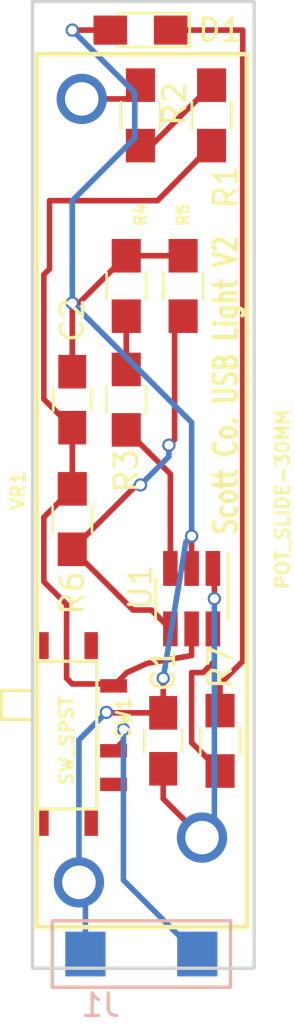
<source format=kicad_pcb>
(kicad_pcb (version 4) (host pcbnew 4.0.7)

  (general
    (links 22)
    (no_connects 0)
    (area 157.658999 77.394999 167.715001 120.725001)
    (thickness 1.6)
    (drawings 6)
    (tracks 89)
    (zones 0)
    (modules 14)
    (nets 12)
  )

  (page A4)
  (layers
    (0 F.Cu signal)
    (31 B.Cu signal)
    (32 B.Adhes user)
    (33 F.Adhes user)
    (34 B.Paste user)
    (35 F.Paste user)
    (36 B.SilkS user)
    (37 F.SilkS user)
    (38 B.Mask user)
    (39 F.Mask user)
    (40 Dwgs.User user)
    (41 Cmts.User user)
    (42 Eco1.User user)
    (43 Eco2.User user)
    (44 Edge.Cuts user)
    (45 Margin user)
    (46 B.CrtYd user)
    (47 F.CrtYd user)
    (48 B.Fab user)
    (49 F.Fab user hide)
  )

  (setup
    (last_trace_width 0.25)
    (trace_clearance 0.2)
    (zone_clearance 0.508)
    (zone_45_only no)
    (trace_min 0.2)
    (segment_width 0.2)
    (edge_width 0.15)
    (via_size 0.6)
    (via_drill 0.4)
    (via_min_size 0.4)
    (via_min_drill 0.3)
    (uvia_size 0.3)
    (uvia_drill 0.1)
    (uvias_allowed no)
    (uvia_min_size 0.2)
    (uvia_min_drill 0.1)
    (pcb_text_width 0.3)
    (pcb_text_size 1.5 1.5)
    (mod_edge_width 0.15)
    (mod_text_size 1 1)
    (mod_text_width 0.15)
    (pad_size 1.524 1.524)
    (pad_drill 0.762)
    (pad_to_mask_clearance 0.2)
    (aux_axis_origin 0 0)
    (visible_elements 7FFFFFFF)
    (pcbplotparams
      (layerselection 0x010f0_80000001)
      (usegerberextensions true)
      (excludeedgelayer true)
      (linewidth 0.100000)
      (plotframeref false)
      (viasonmask false)
      (mode 1)
      (useauxorigin false)
      (hpglpennumber 1)
      (hpglpenspeed 20)
      (hpglpendiameter 15)
      (hpglpenoverlay 2)
      (psnegative false)
      (psa4output false)
      (plotreference true)
      (plotvalue true)
      (plotinvisibletext false)
      (padsonsilk false)
      (subtractmaskfromsilk false)
      (outputformat 1)
      (mirror false)
      (drillshape 0)
      (scaleselection 1)
      (outputdirectory ""))
  )

  (net 0 "")
  (net 1 VDD)
  (net 2 "Net-(D1-Pad1)")
  (net 3 "Net-(R1-Pad2)")
  (net 4 "Net-(R2-Pad2)")
  (net 5 GND)
  (net 6 "Net-(J1-Pad1)")
  (net 7 "Net-(C1-Pad2)")
  (net 8 "Net-(R3-Pad1)")
  (net 9 "Net-(R3-Pad2)")
  (net 10 "Net-(R5-Pad2)")
  (net 11 "Net-(R7-Pad1)")

  (net_class Default "This is the default net class."
    (clearance 0.2)
    (trace_width 0.25)
    (via_dia 0.6)
    (via_drill 0.4)
    (uvia_dia 0.3)
    (uvia_drill 0.1)
    (add_net GND)
    (add_net "Net-(C1-Pad2)")
    (add_net "Net-(D1-Pad1)")
    (add_net "Net-(J1-Pad1)")
    (add_net "Net-(R1-Pad2)")
    (add_net "Net-(R2-Pad2)")
    (add_net "Net-(R3-Pad1)")
    (add_net "Net-(R3-Pad2)")
    (add_net "Net-(R5-Pad2)")
    (add_net "Net-(R7-Pad1)")
    (add_net VDD)
  )

  (module Capacitors_SMD:C_0805_HandSoldering (layer F.Cu) (tedit 5ABB0EF9) (tstamp 5A715987)
    (at 163.576 110.49 270)
    (descr "Capacitor SMD 0805, hand soldering")
    (tags "capacitor 0805")
    (path /5ABB1A1B)
    (attr smd)
    (fp_text reference C1 (at -3.175 0 270) (layer F.SilkS)
      (effects (font (size 1 1) (thickness 0.15)))
    )
    (fp_text value 0.1uF (at 0 1.75 270) (layer F.Fab)
      (effects (font (size 1 1) (thickness 0.15)))
    )
    (fp_text user %R (at -3.175 0 270) (layer F.Fab)
      (effects (font (size 1 1) (thickness 0.15)))
    )
    (fp_line (start -1 0.62) (end -1 -0.62) (layer F.Fab) (width 0.1))
    (fp_line (start 1 0.62) (end -1 0.62) (layer F.Fab) (width 0.1))
    (fp_line (start 1 -0.62) (end 1 0.62) (layer F.Fab) (width 0.1))
    (fp_line (start -1 -0.62) (end 1 -0.62) (layer F.Fab) (width 0.1))
    (fp_line (start 0.5 -0.85) (end -0.5 -0.85) (layer F.SilkS) (width 0.12))
    (fp_line (start -0.5 0.85) (end 0.5 0.85) (layer F.SilkS) (width 0.12))
    (fp_line (start -2.25 -0.88) (end 2.25 -0.88) (layer F.CrtYd) (width 0.05))
    (fp_line (start -2.25 -0.88) (end -2.25 0.87) (layer F.CrtYd) (width 0.05))
    (fp_line (start 2.25 0.87) (end 2.25 -0.88) (layer F.CrtYd) (width 0.05))
    (fp_line (start 2.25 0.87) (end -2.25 0.87) (layer F.CrtYd) (width 0.05))
    (pad 1 smd rect (at -1.25 0 270) (size 1.5 1.25) (layers F.Cu F.Paste F.Mask)
      (net 5 GND))
    (pad 2 smd rect (at 1.25 0 270) (size 1.5 1.25) (layers F.Cu F.Paste F.Mask)
      (net 7 "Net-(C1-Pad2)"))
    (model Capacitors_SMD.3dshapes/C_0805.wrl
      (at (xyz 0 0 0))
      (scale (xyz 1 1 1))
      (rotate (xyz 0 0 0))
    )
  )

  (module LEDs:LED_0805_HandSoldering (layer F.Cu) (tedit 5A769F72) (tstamp 5A71598D)
    (at 162.56 78.74 180)
    (descr "Resistor SMD 0805, hand soldering")
    (tags "resistor 0805")
    (path /5A716344)
    (attr smd)
    (fp_text reference D1 (at -3.556 0 180) (layer F.SilkS)
      (effects (font (size 1 1) (thickness 0.15)))
    )
    (fp_text value LED (at 0 1.75 180) (layer F.Fab)
      (effects (font (size 1 1) (thickness 0.15)))
    )
    (fp_line (start -0.4 -0.4) (end -0.4 0.4) (layer F.Fab) (width 0.1))
    (fp_line (start -0.4 0) (end 0.2 -0.4) (layer F.Fab) (width 0.1))
    (fp_line (start 0.2 0.4) (end -0.4 0) (layer F.Fab) (width 0.1))
    (fp_line (start 0.2 -0.4) (end 0.2 0.4) (layer F.Fab) (width 0.1))
    (fp_line (start -1 0.62) (end -1 -0.62) (layer F.Fab) (width 0.1))
    (fp_line (start 1 0.62) (end -1 0.62) (layer F.Fab) (width 0.1))
    (fp_line (start 1 -0.62) (end 1 0.62) (layer F.Fab) (width 0.1))
    (fp_line (start -1 -0.62) (end 1 -0.62) (layer F.Fab) (width 0.1))
    (fp_line (start 1 0.75) (end -2.2 0.75) (layer F.SilkS) (width 0.12))
    (fp_line (start -2.2 -0.75) (end 1 -0.75) (layer F.SilkS) (width 0.12))
    (fp_line (start -2.35 -0.9) (end 2.35 -0.9) (layer F.CrtYd) (width 0.05))
    (fp_line (start -2.35 -0.9) (end -2.35 0.9) (layer F.CrtYd) (width 0.05))
    (fp_line (start 2.35 0.9) (end 2.35 -0.9) (layer F.CrtYd) (width 0.05))
    (fp_line (start 2.35 0.9) (end -2.35 0.9) (layer F.CrtYd) (width 0.05))
    (fp_line (start -2.2 -0.75) (end -2.2 0.75) (layer F.SilkS) (width 0.12))
    (pad 1 smd rect (at -1.35 0 180) (size 1.5 1.3) (layers F.Cu F.Paste F.Mask)
      (net 2 "Net-(D1-Pad1)"))
    (pad 2 smd rect (at 1.35 0 180) (size 1.5 1.3) (layers F.Cu F.Paste F.Mask)
      (net 5 GND))
    (model ${KISYS3DMOD}/LEDs.3dshapes/LED_0805.wrl
      (at (xyz 0 0 0))
      (scale (xyz 1 1 1))
      (rotate (xyz 0 0 0))
    )
  )

  (module Resistors_SMD:R_0805_HandSoldering (layer F.Cu) (tedit 5ABB102A) (tstamp 5A7159BC)
    (at 165.735 82.55 90)
    (descr "Resistor SMD 0805, hand soldering")
    (tags "resistor 0805")
    (path /5A715607)
    (attr smd)
    (fp_text reference R1 (at -3.175 0.635 90) (layer F.SilkS)
      (effects (font (size 1 1) (thickness 0.15)))
    )
    (fp_text value R (at 0 1.75 90) (layer F.Fab)
      (effects (font (size 1 1) (thickness 0.15)))
    )
    (fp_text user %R (at 0 0 90) (layer F.Fab)
      (effects (font (size 0.5 0.5) (thickness 0.075)))
    )
    (fp_line (start -1 0.62) (end -1 -0.62) (layer F.Fab) (width 0.1))
    (fp_line (start 1 0.62) (end -1 0.62) (layer F.Fab) (width 0.1))
    (fp_line (start 1 -0.62) (end 1 0.62) (layer F.Fab) (width 0.1))
    (fp_line (start -1 -0.62) (end 1 -0.62) (layer F.Fab) (width 0.1))
    (fp_line (start 0.6 0.88) (end -0.6 0.88) (layer F.SilkS) (width 0.12))
    (fp_line (start -0.6 -0.88) (end 0.6 -0.88) (layer F.SilkS) (width 0.12))
    (fp_line (start -2.35 -0.9) (end 2.35 -0.9) (layer F.CrtYd) (width 0.05))
    (fp_line (start -2.35 -0.9) (end -2.35 0.9) (layer F.CrtYd) (width 0.05))
    (fp_line (start 2.35 0.9) (end 2.35 -0.9) (layer F.CrtYd) (width 0.05))
    (fp_line (start 2.35 0.9) (end -2.35 0.9) (layer F.CrtYd) (width 0.05))
    (pad 1 smd rect (at -1.35 0 90) (size 1.5 1.3) (layers F.Cu F.Paste F.Mask)
      (net 1 VDD))
    (pad 2 smd rect (at 1.35 0 90) (size 1.5 1.3) (layers F.Cu F.Paste F.Mask)
      (net 3 "Net-(R1-Pad2)"))
    (model ${KISYS3DMOD}/Resistors_SMD.3dshapes/R_0805.wrl
      (at (xyz 0 0 0))
      (scale (xyz 1 1 1))
      (rotate (xyz 0 0 0))
    )
  )

  (module Resistors_SMD:R_0805_HandSoldering (layer F.Cu) (tedit 5ABB102F) (tstamp 5A7159CD)
    (at 162.56 82.55 90)
    (descr "Resistor SMD 0805, hand soldering")
    (tags "resistor 0805")
    (path /5A715186)
    (attr smd)
    (fp_text reference R2 (at 0.508 1.524 90) (layer F.SilkS)
      (effects (font (size 1 1) (thickness 0.15)))
    )
    (fp_text value R (at 0 1.75 90) (layer F.Fab)
      (effects (font (size 1 1) (thickness 0.15)))
    )
    (fp_text user %R (at 0 0 90) (layer F.Fab)
      (effects (font (size 0.5 0.5) (thickness 0.075)))
    )
    (fp_line (start -1 0.62) (end -1 -0.62) (layer F.Fab) (width 0.1))
    (fp_line (start 1 0.62) (end -1 0.62) (layer F.Fab) (width 0.1))
    (fp_line (start 1 -0.62) (end 1 0.62) (layer F.Fab) (width 0.1))
    (fp_line (start -1 -0.62) (end 1 -0.62) (layer F.Fab) (width 0.1))
    (fp_line (start 0.6 0.88) (end -0.6 0.88) (layer F.SilkS) (width 0.12))
    (fp_line (start -0.6 -0.88) (end 0.6 -0.88) (layer F.SilkS) (width 0.12))
    (fp_line (start -2.35 -0.9) (end 2.35 -0.9) (layer F.CrtYd) (width 0.05))
    (fp_line (start -2.35 -0.9) (end -2.35 0.9) (layer F.CrtYd) (width 0.05))
    (fp_line (start 2.35 0.9) (end 2.35 -0.9) (layer F.CrtYd) (width 0.05))
    (fp_line (start 2.35 0.9) (end -2.35 0.9) (layer F.CrtYd) (width 0.05))
    (pad 1 smd rect (at -1.35 0 90) (size 1.5 1.3) (layers F.Cu F.Paste F.Mask)
      (net 3 "Net-(R1-Pad2)"))
    (pad 2 smd rect (at 1.35 0 90) (size 1.5 1.3) (layers F.Cu F.Paste F.Mask)
      (net 4 "Net-(R2-Pad2)"))
    (model ${KISYS3DMOD}/Resistors_SMD.3dshapes/R_0805.wrl
      (at (xyz 0 0 0))
      (scale (xyz 1 1 1))
      (rotate (xyz 0 0 0))
    )
  )

  (module Resistors_SMD:R_0805_HandSoldering (layer F.Cu) (tedit 5ABB1021) (tstamp 5A7159DE)
    (at 161.925 90.17 270)
    (descr "Resistor SMD 0805, hand soldering")
    (tags "resistor 0805")
    (path /5A715AC2)
    (attr smd)
    (fp_text reference R4 (at -3.175 -0.635 270) (layer F.SilkS)
      (effects (font (size 0.5 0.5) (thickness 0.125)))
    )
    (fp_text value R (at 0 1.75 270) (layer F.Fab)
      (effects (font (size 1 1) (thickness 0.15)))
    )
    (fp_text user %R (at 0 0 270) (layer F.Fab)
      (effects (font (size 0.5 0.5) (thickness 0.075)))
    )
    (fp_line (start -1 0.62) (end -1 -0.62) (layer F.Fab) (width 0.1))
    (fp_line (start 1 0.62) (end -1 0.62) (layer F.Fab) (width 0.1))
    (fp_line (start 1 -0.62) (end 1 0.62) (layer F.Fab) (width 0.1))
    (fp_line (start -1 -0.62) (end 1 -0.62) (layer F.Fab) (width 0.1))
    (fp_line (start 0.6 0.88) (end -0.6 0.88) (layer F.SilkS) (width 0.12))
    (fp_line (start -0.6 -0.88) (end 0.6 -0.88) (layer F.SilkS) (width 0.12))
    (fp_line (start -2.35 -0.9) (end 2.35 -0.9) (layer F.CrtYd) (width 0.05))
    (fp_line (start -2.35 -0.9) (end -2.35 0.9) (layer F.CrtYd) (width 0.05))
    (fp_line (start 2.35 0.9) (end 2.35 -0.9) (layer F.CrtYd) (width 0.05))
    (fp_line (start 2.35 0.9) (end -2.35 0.9) (layer F.CrtYd) (width 0.05))
    (pad 1 smd rect (at -1.35 0 270) (size 1.5 1.3) (layers F.Cu F.Paste F.Mask)
      (net 5 GND))
    (pad 2 smd rect (at 1.35 0 270) (size 1.5 1.3) (layers F.Cu F.Paste F.Mask)
      (net 8 "Net-(R3-Pad1)"))
    (model ${KISYS3DMOD}/Resistors_SMD.3dshapes/R_0805.wrl
      (at (xyz 0 0 0))
      (scale (xyz 1 1 1))
      (rotate (xyz 0 0 0))
    )
  )

  (module Resistors_SMD:R_0805_HandSoldering (layer F.Cu) (tedit 5ABB1026) (tstamp 5A7159EF)
    (at 164.465 90.17 270)
    (descr "Resistor SMD 0805, hand soldering")
    (tags "resistor 0805")
    (path /5A714AB8)
    (attr smd)
    (fp_text reference R5 (at -3.175 0 270) (layer F.SilkS)
      (effects (font (size 0.5 0.5) (thickness 0.125)))
    )
    (fp_text value R (at 0 1.75 270) (layer F.Fab)
      (effects (font (size 1 1) (thickness 0.15)))
    )
    (fp_text user %R (at 0 0 270) (layer F.Fab)
      (effects (font (size 0.5 0.5) (thickness 0.075)))
    )
    (fp_line (start -1 0.62) (end -1 -0.62) (layer F.Fab) (width 0.1))
    (fp_line (start 1 0.62) (end -1 0.62) (layer F.Fab) (width 0.1))
    (fp_line (start 1 -0.62) (end 1 0.62) (layer F.Fab) (width 0.1))
    (fp_line (start -1 -0.62) (end 1 -0.62) (layer F.Fab) (width 0.1))
    (fp_line (start 0.6 0.88) (end -0.6 0.88) (layer F.SilkS) (width 0.12))
    (fp_line (start -0.6 -0.88) (end 0.6 -0.88) (layer F.SilkS) (width 0.12))
    (fp_line (start -2.35 -0.9) (end 2.35 -0.9) (layer F.CrtYd) (width 0.05))
    (fp_line (start -2.35 -0.9) (end -2.35 0.9) (layer F.CrtYd) (width 0.05))
    (fp_line (start 2.35 0.9) (end 2.35 -0.9) (layer F.CrtYd) (width 0.05))
    (fp_line (start 2.35 0.9) (end -2.35 0.9) (layer F.CrtYd) (width 0.05))
    (pad 1 smd rect (at -1.35 0 270) (size 1.5 1.3) (layers F.Cu F.Paste F.Mask)
      (net 5 GND))
    (pad 2 smd rect (at 1.35 0 270) (size 1.5 1.3) (layers F.Cu F.Paste F.Mask)
      (net 10 "Net-(R5-Pad2)"))
    (model ${KISYS3DMOD}/Resistors_SMD.3dshapes/R_0805.wrl
      (at (xyz 0 0 0))
      (scale (xyz 1 1 1))
      (rotate (xyz 0 0 0))
    )
  )

  (module Resistors_SMD:R_0805_HandSoldering (layer F.Cu) (tedit 5ABB1008) (tstamp 5A715A00)
    (at 159.512 100.584 270)
    (descr "Resistor SMD 0805, hand soldering")
    (tags "resistor 0805")
    (path /5A714689)
    (attr smd)
    (fp_text reference R6 (at 3.302 0 270) (layer F.SilkS)
      (effects (font (size 1 1) (thickness 0.15)))
    )
    (fp_text value R (at 0 1.75 270) (layer F.Fab)
      (effects (font (size 1 1) (thickness 0.15)))
    )
    (fp_text user %R (at 0 0 270) (layer F.Fab)
      (effects (font (size 0.5 0.5) (thickness 0.075)))
    )
    (fp_line (start -1 0.62) (end -1 -0.62) (layer F.Fab) (width 0.1))
    (fp_line (start 1 0.62) (end -1 0.62) (layer F.Fab) (width 0.1))
    (fp_line (start 1 -0.62) (end 1 0.62) (layer F.Fab) (width 0.1))
    (fp_line (start -1 -0.62) (end 1 -0.62) (layer F.Fab) (width 0.1))
    (fp_line (start 0.6 0.88) (end -0.6 0.88) (layer F.SilkS) (width 0.12))
    (fp_line (start -0.6 -0.88) (end 0.6 -0.88) (layer F.SilkS) (width 0.12))
    (fp_line (start -2.35 -0.9) (end 2.35 -0.9) (layer F.CrtYd) (width 0.05))
    (fp_line (start -2.35 -0.9) (end -2.35 0.9) (layer F.CrtYd) (width 0.05))
    (fp_line (start 2.35 0.9) (end 2.35 -0.9) (layer F.CrtYd) (width 0.05))
    (fp_line (start 2.35 0.9) (end -2.35 0.9) (layer F.CrtYd) (width 0.05))
    (pad 1 smd rect (at -1.35 0 270) (size 1.5 1.3) (layers F.Cu F.Paste F.Mask)
      (net 1 VDD))
    (pad 2 smd rect (at 1.35 0 270) (size 1.5 1.3) (layers F.Cu F.Paste F.Mask)
      (net 10 "Net-(R5-Pad2)"))
    (model ${KISYS3DMOD}/Resistors_SMD.3dshapes/R_0805.wrl
      (at (xyz 0 0 0))
      (scale (xyz 1 1 1))
      (rotate (xyz 0 0 0))
    )
  )

  (module Resistors_SMD:R_0805_HandSoldering (layer F.Cu) (tedit 5A769F48) (tstamp 5A715A11)
    (at 166.116 110.49 90)
    (descr "Resistor SMD 0805, hand soldering")
    (tags "resistor 0805")
    (path /5A715EE5)
    (attr smd)
    (fp_text reference R7 (at 3.302 0 90) (layer F.SilkS)
      (effects (font (size 1 1) (thickness 0.15)))
    )
    (fp_text value R (at 0 1.75 90) (layer F.Fab) hide
      (effects (font (size 1 1) (thickness 0.15)))
    )
    (fp_text user %R (at 0 0 90) (layer F.Fab)
      (effects (font (size 0.5 0.5) (thickness 0.075)))
    )
    (fp_line (start -1 0.62) (end -1 -0.62) (layer F.Fab) (width 0.1))
    (fp_line (start 1 0.62) (end -1 0.62) (layer F.Fab) (width 0.1))
    (fp_line (start 1 -0.62) (end 1 0.62) (layer F.Fab) (width 0.1))
    (fp_line (start -1 -0.62) (end 1 -0.62) (layer F.Fab) (width 0.1))
    (fp_line (start 0.6 0.88) (end -0.6 0.88) (layer F.SilkS) (width 0.12))
    (fp_line (start -0.6 -0.88) (end 0.6 -0.88) (layer F.SilkS) (width 0.12))
    (fp_line (start -2.35 -0.9) (end 2.35 -0.9) (layer F.CrtYd) (width 0.05))
    (fp_line (start -2.35 -0.9) (end -2.35 0.9) (layer F.CrtYd) (width 0.05))
    (fp_line (start 2.35 0.9) (end 2.35 -0.9) (layer F.CrtYd) (width 0.05))
    (fp_line (start 2.35 0.9) (end -2.35 0.9) (layer F.CrtYd) (width 0.05))
    (pad 1 smd rect (at -1.35 0 90) (size 1.5 1.3) (layers F.Cu F.Paste F.Mask)
      (net 11 "Net-(R7-Pad1)"))
    (pad 2 smd rect (at 1.35 0 90) (size 1.5 1.3) (layers F.Cu F.Paste F.Mask)
      (net 2 "Net-(D1-Pad1)"))
    (model ${KISYS3DMOD}/Resistors_SMD.3dshapes/R_0805.wrl
      (at (xyz 0 0 0))
      (scale (xyz 1 1 1))
      (rotate (xyz 0 0 0))
    )
  )

  (module TO_SOT_Packages_SMD:SOT-23-6_Handsoldering (layer F.Cu) (tedit 5A769F39) (tstamp 5A715A44)
    (at 164.846 104.14 270)
    (descr "6-pin SOT-23 package, Handsoldering")
    (tags "SOT-23-6 Handsoldering")
    (path /5A714535)
    (attr smd)
    (fp_text reference U1 (at -0.508 2.286 270) (layer F.SilkS)
      (effects (font (size 1 1) (thickness 0.15)))
    )
    (fp_text value LTC6992 (at 0 2.9 270) (layer F.Fab)
      (effects (font (size 1 1) (thickness 0.15)))
    )
    (fp_text user %R (at 0 0 360) (layer F.Fab)
      (effects (font (size 0.5 0.5) (thickness 0.075)))
    )
    (fp_line (start -0.9 1.61) (end 0.9 1.61) (layer F.SilkS) (width 0.12))
    (fp_line (start 0.9 -1.61) (end -2.05 -1.61) (layer F.SilkS) (width 0.12))
    (fp_line (start -2.4 1.8) (end -2.4 -1.8) (layer F.CrtYd) (width 0.05))
    (fp_line (start 2.4 1.8) (end -2.4 1.8) (layer F.CrtYd) (width 0.05))
    (fp_line (start 2.4 -1.8) (end 2.4 1.8) (layer F.CrtYd) (width 0.05))
    (fp_line (start -2.4 -1.8) (end 2.4 -1.8) (layer F.CrtYd) (width 0.05))
    (fp_line (start -0.9 -0.9) (end -0.25 -1.55) (layer F.Fab) (width 0.1))
    (fp_line (start 0.9 -1.55) (end -0.25 -1.55) (layer F.Fab) (width 0.1))
    (fp_line (start -0.9 -0.9) (end -0.9 1.55) (layer F.Fab) (width 0.1))
    (fp_line (start 0.9 1.55) (end -0.9 1.55) (layer F.Fab) (width 0.1))
    (fp_line (start 0.9 -1.55) (end 0.9 1.55) (layer F.Fab) (width 0.1))
    (pad 1 smd rect (at -1.35 -0.95 270) (size 1.56 0.65) (layers F.Cu F.Paste F.Mask)
      (net 7 "Net-(C1-Pad2)"))
    (pad 2 smd rect (at -1.35 0 270) (size 1.56 0.65) (layers F.Cu F.Paste F.Mask)
      (net 5 GND))
    (pad 3 smd rect (at -1.35 0.95 270) (size 1.56 0.65) (layers F.Cu F.Paste F.Mask)
      (net 9 "Net-(R3-Pad2)"))
    (pad 4 smd rect (at 1.35 0.95 270) (size 1.56 0.65) (layers F.Cu F.Paste F.Mask)
      (net 10 "Net-(R5-Pad2)"))
    (pad 6 smd rect (at 1.35 -0.95 270) (size 1.56 0.65) (layers F.Cu F.Paste F.Mask)
      (net 11 "Net-(R7-Pad1)"))
    (pad 5 smd rect (at 1.35 0 270) (size 1.56 0.65) (layers F.Cu F.Paste F.Mask)
      (net 1 VDD))
    (model ${KISYS3DMOD}/TO_SOT_Packages_SMD.3dshapes/SOT-23-6.wrl
      (at (xyz 0 0 0))
      (scale (xyz 1 1 1))
      (rotate (xyz 0 0 0))
    )
  )

  (module CustomFP:USBC_breakout (layer B.Cu) (tedit 5A769FFA) (tstamp 5A7191DA)
    (at 165.1 120.015 180)
    (descr "module 1 pin (ou trou mecanique de percage)")
    (tags DEV)
    (path /5A71A20B)
    (fp_text reference J1 (at 4.318 -2.286 180) (layer B.SilkS)
      (effects (font (size 1 1) (thickness 0.15)) (justify mirror))
    )
    (fp_text value Conn_01x02 (at 3.302 -2.286 180) (layer B.Fab) hide
      (effects (font (size 1 1) (thickness 0.15)) (justify mirror))
    )
    (fp_line (start 6.48336 1.48336) (end 6.48336 -1.48) (layer B.SilkS) (width 0.15))
    (fp_line (start -1.48336 -1.48) (end -1.48336 1.48336) (layer B.SilkS) (width 0.15))
    (fp_line (start -1.48336 1.48336) (end 6.48336 1.48336) (layer B.SilkS) (width 0.15))
    (fp_line (start 6.48336 -1.48336) (end -1.48336 -1.48336) (layer B.SilkS) (width 0.15))
    (fp_line (start -1.48336 -1.48) (end -1.48336 1.48336) (layer B.SilkS) (width 0.15))
    (pad 2 smd rect (at 5 0 180) (size 1.8 2) (layers B.Cu B.Paste B.Mask)
      (net 5 GND))
    (pad 1 smd rect (at 0 0 180) (size 1.8 2) (layers B.Cu B.Paste B.Mask)
      (net 6 "Net-(J1-Pad1)"))
  )

  (module CustomFP:SWITCH_SPDT_PTH (layer F.Cu) (tedit 5A769F4E) (tstamp 5A74BFFF)
    (at 159.258 110.236)
    (descr "SPDT PTH SLIDE SWITCH")
    (tags "SPDT PTH SLIDE SWITCH")
    (path /5A71461D)
    (attr virtual)
    (fp_text reference SW1 (at 2.54 -0.762 90) (layer F.SilkS)
      (effects (font (size 0.6096 0.6096) (thickness 0.127)))
    )
    (fp_text value SW_SPST (at 0 0.254 90) (layer F.SilkS)
      (effects (font (size 0.6096 0.6096) (thickness 0.127)))
    )
    (fp_line (start -1.4 -0.7) (end -2.9 -0.7) (layer F.SilkS) (width 0.15))
    (fp_line (start -2.9 -0.7) (end -2.9 -2) (layer F.SilkS) (width 0.15))
    (fp_line (start -2.9 -2) (end -1.4 -2) (layer F.SilkS) (width 0.15))
    (fp_line (start 1.35 -3.3) (end -1.35 -3.3) (layer F.SilkS) (width 0.15))
    (fp_line (start 1.35 -3.3) (end 1.35 3.3) (layer F.SilkS) (width 0.15))
    (fp_line (start 1.35 3.3) (end -1.35 3.3) (layer F.SilkS) (width 0.15))
    (fp_line (start -1.35 -3.3) (end -1.35 3.3) (layer F.SilkS) (width 0.15))
    (pad "" smd rect (at 1.1 -4 90) (size 1.2 0.6) (layers F.Cu F.Paste F.Mask)
      (solder_mask_margin 0.1016))
    (pad "" smd rect (at -1.1 -4 90) (size 1.2 0.6) (layers F.Cu F.Paste F.Mask)
      (solder_mask_margin 0.1016))
    (pad "" smd rect (at 1.1 3.9 90) (size 1.2 0.6) (layers F.Cu F.Paste F.Mask)
      (solder_mask_margin 0.1016))
    (pad 3 smd rect (at 2.1 2.2) (size 1.2 0.6) (layers F.Cu F.Paste F.Mask)
      (solder_mask_margin 0.1016))
    (pad 2 smd rect (at 2.1 0.7) (size 1.2 0.6) (layers F.Cu F.Paste F.Mask)
      (net 6 "Net-(J1-Pad1)") (solder_mask_margin 0.1016))
    (pad "" smd rect (at -1.1 3.9 90) (size 1.2 0.6) (layers F.Cu F.Paste F.Mask)
      (solder_mask_margin 0.1016))
    (pad 1 smd rect (at 2.1 -2.2) (size 1.2 0.6) (layers F.Cu F.Paste F.Mask)
      (net 1 VDD) (solder_mask_margin 0.1016))
  )

  (module CustomFP:slidingPot (layer F.Cu) (tedit 5ABB0DBC) (tstamp 5A769612)
    (at 162.56 99.314 90)
    (descr "SLIDE POTENTIOMETER - PTH, 30MM TRAVEL")
    (tags "SLIDE POTENTIOMETER - PTH, 30MM TRAVEL")
    (path /5A717F52)
    (attr virtual)
    (fp_text reference VR1 (at 0 -5.461 90) (layer F.SilkS)
      (effects (font (size 0.6096 0.6096) (thickness 0.127)))
    )
    (fp_text value POT_SLIDE-30MM (at -0.381 6.35 90) (layer F.SilkS)
      (effects (font (size 0.6096 0.6096) (thickness 0.127)))
    )
    (fp_line (start -19.5 4.625) (end -19.5 -4.625) (layer F.SilkS) (width 0.2032))
    (fp_line (start -19.5 -4.625) (end 19.5 -4.625) (layer F.SilkS) (width 0.2032))
    (fp_line (start -19.5 4.7498) (end 19.5 4.7498) (layer F.SilkS) (width 0.2032))
    (fp_line (start 19.5 4.625) (end 19.5 -4.625) (layer F.SilkS) (width 0.2032))
    (pad BOTT thru_hole circle (at 17.5 -2.625 90) (size 2.2479 2.2479) (drill 1.4986) (layers *.Cu *.Mask)
      (net 4 "Net-(R2-Pad2)") (solder_mask_margin 0.1016))
    (pad TOP thru_hole circle (at -17.5 -2.75 90) (size 2.2479 2.2479) (drill 1.4986) (layers *.Cu *.Mask)
      (net 5 GND) (solder_mask_margin 0.1016))
    (pad WIPE thru_hole circle (at -15.5 2.75 90) (size 2.2479 2.2479) (drill 1.4986) (layers *.Cu *.Mask)
      (net 7 "Net-(C1-Pad2)") (solder_mask_margin 0.1016))
    (model C:/Users/Scott/Documents/KiCad/Models3D/slidingPot.wrl
      (at (xyz -1 0 -0.3))
      (scale (xyz 0.3937 0.3937 0.3937))
      (rotate (xyz 0 0 0))
    )
  )

  (module Capacitors_SMD:C_0805_HandSoldering (layer F.Cu) (tedit 5ABB100D) (tstamp 5ABB0DB8)
    (at 159.512 95.25 270)
    (descr "Capacitor SMD 0805, hand soldering")
    (tags "capacitor 0805")
    (path /5A71465C)
    (attr smd)
    (fp_text reference C2 (at -3.556 0 270) (layer F.SilkS)
      (effects (font (size 1 1) (thickness 0.15)))
    )
    (fp_text value 0.1uF (at 0 1.75 270) (layer F.Fab) hide
      (effects (font (size 1 1) (thickness 0.15)))
    )
    (fp_text user %R (at 0 -1.75 270) (layer F.Fab)
      (effects (font (size 1 1) (thickness 0.15)))
    )
    (fp_line (start -1 0.62) (end -1 -0.62) (layer F.Fab) (width 0.1))
    (fp_line (start 1 0.62) (end -1 0.62) (layer F.Fab) (width 0.1))
    (fp_line (start 1 -0.62) (end 1 0.62) (layer F.Fab) (width 0.1))
    (fp_line (start -1 -0.62) (end 1 -0.62) (layer F.Fab) (width 0.1))
    (fp_line (start 0.5 -0.85) (end -0.5 -0.85) (layer F.SilkS) (width 0.12))
    (fp_line (start -0.5 0.85) (end 0.5 0.85) (layer F.SilkS) (width 0.12))
    (fp_line (start -2.25 -0.88) (end 2.25 -0.88) (layer F.CrtYd) (width 0.05))
    (fp_line (start -2.25 -0.88) (end -2.25 0.87) (layer F.CrtYd) (width 0.05))
    (fp_line (start 2.25 0.87) (end 2.25 -0.88) (layer F.CrtYd) (width 0.05))
    (fp_line (start 2.25 0.87) (end -2.25 0.87) (layer F.CrtYd) (width 0.05))
    (pad 1 smd rect (at -1.25 0 270) (size 1.5 1.25) (layers F.Cu F.Paste F.Mask)
      (net 5 GND))
    (pad 2 smd rect (at 1.25 0 270) (size 1.5 1.25) (layers F.Cu F.Paste F.Mask)
      (net 1 VDD))
    (model Capacitors_SMD.3dshapes/C_0805.wrl
      (at (xyz 0 0 0))
      (scale (xyz 1 1 1))
      (rotate (xyz 0 0 0))
    )
  )

  (module Resistors_SMD:R_0805_HandSoldering (layer F.Cu) (tedit 5ABB1013) (tstamp 5ABB0DBE)
    (at 161.925 95.25 270)
    (descr "Resistor SMD 0805, hand soldering")
    (tags "resistor 0805")
    (path /5A714E6D)
    (attr smd)
    (fp_text reference R3 (at 3.175 0 270) (layer F.SilkS)
      (effects (font (size 1 1) (thickness 0.15)))
    )
    (fp_text value R (at 0 1.75 270) (layer F.Fab)
      (effects (font (size 1 1) (thickness 0.15)))
    )
    (fp_text user %R (at 0 0 270) (layer F.Fab)
      (effects (font (size 0.5 0.5) (thickness 0.075)))
    )
    (fp_line (start -1 0.62) (end -1 -0.62) (layer F.Fab) (width 0.1))
    (fp_line (start 1 0.62) (end -1 0.62) (layer F.Fab) (width 0.1))
    (fp_line (start 1 -0.62) (end 1 0.62) (layer F.Fab) (width 0.1))
    (fp_line (start -1 -0.62) (end 1 -0.62) (layer F.Fab) (width 0.1))
    (fp_line (start 0.6 0.88) (end -0.6 0.88) (layer F.SilkS) (width 0.12))
    (fp_line (start -0.6 -0.88) (end 0.6 -0.88) (layer F.SilkS) (width 0.12))
    (fp_line (start -2.35 -0.9) (end 2.35 -0.9) (layer F.CrtYd) (width 0.05))
    (fp_line (start -2.35 -0.9) (end -2.35 0.9) (layer F.CrtYd) (width 0.05))
    (fp_line (start 2.35 0.9) (end 2.35 -0.9) (layer F.CrtYd) (width 0.05))
    (fp_line (start 2.35 0.9) (end -2.35 0.9) (layer F.CrtYd) (width 0.05))
    (pad 1 smd rect (at -1.35 0 270) (size 1.5 1.3) (layers F.Cu F.Paste F.Mask)
      (net 8 "Net-(R3-Pad1)"))
    (pad 2 smd rect (at 1.35 0 270) (size 1.5 1.3) (layers F.Cu F.Paste F.Mask)
      (net 9 "Net-(R3-Pad2)"))
    (model ${KISYS3DMOD}/Resistors_SMD.3dshapes/R_0805.wrl
      (at (xyz 0 0 0))
      (scale (xyz 1 1 1))
      (rotate (xyz 0 0 0))
    )
  )

  (gr_text "Scott Co. USB Light V2" (at 166.37 94.615 90) (layer F.SilkS)
    (effects (font (size 1 0.75) (thickness 0.1875)))
  )
  (gr_line (start 167.64 120.65) (end 167.64 77.47) (angle 90) (layer Edge.Cuts) (width 0.15))
  (gr_line (start 167.64 120.65) (end 157.734 120.65) (angle 90) (layer Edge.Cuts) (width 0.15))
  (gr_line (start 167.386 77.47) (end 167.64 77.47) (angle 90) (layer Edge.Cuts) (width 0.15))
  (gr_line (start 157.734 77.47) (end 167.386 77.47) (angle 90) (layer Edge.Cuts) (width 0.15))
  (gr_line (start 157.734 120.65) (end 157.734 77.47) (angle 90) (layer Edge.Cuts) (width 0.15))

  (segment (start 165.735 83.9) (end 163.322 86.36) (width 0.25) (layer F.Cu) (net 1))
  (segment (start 158.242 95.23) (end 159.512 96.5) (width 0.25) (layer F.Cu) (net 1) (tstamp 5ABB1145))
  (segment (start 158.242 89.662) (end 158.242 95.23) (width 0.25) (layer F.Cu) (net 1) (tstamp 5ABB1140))
  (segment (start 158.496 89.408) (end 158.242 89.662) (width 0.25) (layer F.Cu) (net 1) (tstamp 5ABB113F))
  (segment (start 158.496 86.36) (end 158.496 89.408) (width 0.25) (layer F.Cu) (net 1) (tstamp 5ABB113D))
  (segment (start 163.322 86.36) (end 158.496 86.36) (width 0.25) (layer F.Cu) (net 1) (tstamp 5ABB1138))
  (segment (start 159.512 99.234) (end 159.512 96.5) (width 0.25) (layer F.Cu) (net 1))
  (segment (start 161.358 108.036) (end 161.272 107.95) (width 0.25) (layer F.Cu) (net 1))
  (segment (start 161.272 107.95) (end 159.766 107.95) (width 0.25) (layer F.Cu) (net 1) (tstamp 5ABB106F))
  (segment (start 158.242 100.504) (end 159.512 99.234) (width 0.25) (layer F.Cu) (net 1) (tstamp 5ABB1075))
  (segment (start 158.242 103.378) (end 158.242 100.504) (width 0.25) (layer F.Cu) (net 1) (tstamp 5ABB1074))
  (segment (start 159.258 104.394) (end 158.242 103.378) (width 0.25) (layer F.Cu) (net 1) (tstamp 5ABB1073))
  (segment (start 159.258 107.696) (end 159.258 104.394) (width 0.25) (layer F.Cu) (net 1) (tstamp 5ABB1072))
  (segment (start 159.512 107.95) (end 159.258 107.696) (width 0.25) (layer F.Cu) (net 1) (tstamp 5ABB1071))
  (segment (start 159.766 107.95) (end 159.512 107.95) (width 0.25) (layer F.Cu) (net 1) (tstamp 5ABB1070))
  (segment (start 161.358 108.036) (end 161.952 107.442) (width 0.25) (layer F.Cu) (net 1))
  (segment (start 164.846 106.68) (end 164.846 105.49) (width 0.25) (layer F.Cu) (net 1) (tstamp 5ABB0F47))
  (segment (start 162.857597 107.029775) (end 164.846 106.68) (width 0.25) (layer F.Cu) (net 1) (tstamp 5ABB0F46))
  (segment (start 161.952 107.442) (end 162.857597 107.029775) (width 0.25) (layer F.Cu) (net 1) (tstamp 5ABB0F45))
  (segment (start 166.624 107.442) (end 166.116 107.95) (width 0.25) (layer F.Cu) (net 2))
  (segment (start 167.132 78.74) (end 167.132 106.934) (width 0.25) (layer F.Cu) (net 2) (tstamp 5ABB1153))
  (segment (start 167.132 106.934) (end 166.624 107.442) (width 0.25) (layer F.Cu) (net 2) (tstamp 5ABB1156))
  (segment (start 163.91 78.74) (end 167.132 78.74) (width 0.25) (layer F.Cu) (net 2))
  (segment (start 166.116 107.95) (end 166.116 109.14) (width 0.25) (layer F.Cu) (net 2) (tstamp 5ABB119A))
  (segment (start 165.735 81.2) (end 163.035 83.9) (width 0.25) (layer F.Cu) (net 3))
  (segment (start 163.035 83.9) (end 162.56 83.9) (width 0.25) (layer F.Cu) (net 3) (tstamp 5ABB114C))
  (segment (start 162.56 81.2) (end 161.946 81.814) (width 0.25) (layer F.Cu) (net 4))
  (segment (start 161.946 81.814) (end 159.935 81.814) (width 0.25) (layer F.Cu) (net 4) (tstamp 5ABB114F))
  (segment (start 159.81 116.814) (end 159.81 110.446) (width 0.25) (layer B.Cu) (net 5))
  (segment (start 161.056 109.24) (end 163.576 109.24) (width 0.25) (layer F.Cu) (net 5) (tstamp 5ABB1264))
  (segment (start 161.036 109.22) (end 161.056 109.24) (width 0.25) (layer F.Cu) (net 5) (tstamp 5ABB1263))
  (via (at 161.036 109.22) (size 0.6) (drill 0.4) (layers F.Cu B.Cu) (net 5))
  (segment (start 159.81 110.446) (end 161.036 109.22) (width 0.25) (layer B.Cu) (net 5) (tstamp 5ABB125D))
  (segment (start 159.512 90.932) (end 159.512 86.36) (width 0.25) (layer B.Cu) (net 5))
  (segment (start 159.512 78.74) (end 161.21 78.74) (width 0.25) (layer F.Cu) (net 5))
  (via (at 159.512 78.74) (size 0.6) (drill 0.4) (layers F.Cu B.Cu) (net 5))
  (segment (start 162.306 81.534) (end 159.512 78.74) (width 0.25) (layer B.Cu) (net 5) (tstamp 5ABB1231))
  (segment (start 162.306 83.566) (end 162.306 81.534) (width 0.25) (layer B.Cu) (net 5) (tstamp 5ABB122F))
  (segment (start 159.512 86.36) (end 162.306 83.566) (width 0.25) (layer B.Cu) (net 5) (tstamp 5ABB122C))
  (segment (start 161.925 88.82) (end 164.465 88.82) (width 0.25) (layer F.Cu) (net 5))
  (segment (start 159.512 90.932) (end 159.813 90.932) (width 0.25) (layer F.Cu) (net 5))
  (segment (start 159.813 90.932) (end 161.925 88.82) (width 0.25) (layer F.Cu) (net 5) (tstamp 5ABB1227))
  (segment (start 164.846 101.346) (end 164.846 96.266) (width 0.25) (layer B.Cu) (net 5))
  (segment (start 159.512 90.932) (end 159.512 94) (width 0.25) (layer F.Cu) (net 5) (tstamp 5ABB1224))
  (via (at 159.512 90.932) (size 0.6) (drill 0.4) (layers F.Cu B.Cu) (net 5))
  (segment (start 164.846 96.266) (end 159.512 90.932) (width 0.25) (layer B.Cu) (net 5) (tstamp 5ABB121E))
  (segment (start 163.576 107.696) (end 164.592 101.6) (width 0.25) (layer B.Cu) (net 5))
  (via (at 163.576 107.696) (size 0.6) (drill 0.4) (layers F.Cu B.Cu) (net 5))
  (segment (start 163.576 108.966) (end 163.576 107.696) (width 0.25) (layer F.Cu) (net 5) (tstamp 5ABB11F3))
  (segment (start 164.846 101.346) (end 164.846 102.79) (width 0.25) (layer F.Cu) (net 5) (tstamp 5ABB121A))
  (via (at 164.846 101.346) (size 0.6) (drill 0.4) (layers F.Cu B.Cu) (net 5))
  (segment (start 164.592 101.6) (end 164.846 101.346) (width 0.25) (layer B.Cu) (net 5) (tstamp 5ABB1217))
  (segment (start 163.576 109.24) (end 163.576 108.966) (width 0.25) (layer F.Cu) (net 5))
  (segment (start 160.1 120.015) (end 160.1 117.104) (width 0.25) (layer B.Cu) (net 5))
  (segment (start 160.1 117.104) (end 159.81 116.814) (width 0.25) (layer B.Cu) (net 5) (tstamp 5ABB0ECE))
  (segment (start 165.1 120.015) (end 161.798 116.713) (width 0.25) (layer B.Cu) (net 6))
  (segment (start 161.798 110.496) (end 161.358 110.936) (width 0.25) (layer F.Cu) (net 6) (tstamp 5ABB126F))
  (segment (start 161.798 109.982) (end 161.798 110.496) (width 0.25) (layer F.Cu) (net 6) (tstamp 5ABB126E))
  (via (at 161.798 109.982) (size 0.6) (drill 0.4) (layers F.Cu B.Cu) (net 6))
  (segment (start 161.798 116.713) (end 161.798 109.982) (width 0.25) (layer B.Cu) (net 6) (tstamp 5ABB1267))
  (segment (start 163.576 111.74) (end 163.576 113.08) (width 0.25) (layer F.Cu) (net 7))
  (segment (start 163.576 113.08) (end 165.31 114.814) (width 0.25) (layer F.Cu) (net 7) (tstamp 5ABB119E))
  (segment (start 165.31 114.814) (end 165.862 114.262) (width 0.25) (layer B.Cu) (net 7))
  (segment (start 165.862 114.262) (end 165.862 104.14) (width 0.25) (layer B.Cu) (net 7) (tstamp 5ABB0F80))
  (segment (start 165.862 104.14) (end 165.862 102.856) (width 0.25) (layer F.Cu) (net 7) (tstamp 5ABB0F85))
  (via (at 165.862 104.14) (size 0.6) (drill 0.4) (layers F.Cu B.Cu) (net 7))
  (segment (start 165.862 102.856) (end 165.796 102.79) (width 0.25) (layer F.Cu) (net 7) (tstamp 5ABB0F86))
  (segment (start 161.925 93.9) (end 161.925 91.52) (width 0.25) (layer F.Cu) (net 8))
  (segment (start 161.925 96.6) (end 163.896 98.571) (width 0.25) (layer F.Cu) (net 9))
  (segment (start 163.896 98.571) (end 163.896 102.79) (width 0.25) (layer F.Cu) (net 9) (tstamp 5ABB0F6C))
  (segment (start 164.465 91.52) (end 164.084 91.901) (width 0.25) (layer F.Cu) (net 10))
  (segment (start 164.084 91.901) (end 164.084 97.028) (width 0.25) (layer F.Cu) (net 10) (tstamp 5ABB1122))
  (segment (start 164.084 97.028) (end 163.83 97.282) (width 0.25) (layer F.Cu) (net 10) (tstamp 5ABB112C))
  (via (at 163.83 97.282) (size 0.6) (drill 0.4) (layers F.Cu B.Cu) (net 10))
  (segment (start 163.83 97.282) (end 163.83 97.79) (width 0.25) (layer B.Cu) (net 10) (tstamp 5ABB1130))
  (segment (start 163.83 97.79) (end 162.56 99.06) (width 0.25) (layer B.Cu) (net 10) (tstamp 5ABB1131))
  (via (at 162.56 99.06) (size 0.6) (drill 0.4) (layers F.Cu B.Cu) (net 10))
  (segment (start 162.56 99.06) (end 162.386 99.06) (width 0.25) (layer F.Cu) (net 10) (tstamp 5ABB1133))
  (segment (start 162.386 99.06) (end 159.512 101.934) (width 0.25) (layer F.Cu) (net 10) (tstamp 5ABB1134))
  (segment (start 163.896 105.49) (end 163.054 104.648) (width 0.25) (layer F.Cu) (net 10))
  (segment (start 162.226 104.648) (end 159.512 101.934) (width 0.25) (layer F.Cu) (net 10) (tstamp 5ABB107B))
  (segment (start 163.054 104.648) (end 162.226 104.648) (width 0.25) (layer F.Cu) (net 10) (tstamp 5ABB107A))
  (segment (start 166.116 111.84) (end 164.846 110.57) (width 0.25) (layer F.Cu) (net 11))
  (segment (start 165.862 106.934) (end 165.862 105.556) (width 0.25) (layer F.Cu) (net 11) (tstamp 5ABB1286))
  (segment (start 165.354 107.442) (end 165.862 106.934) (width 0.25) (layer F.Cu) (net 11) (tstamp 5ABB1285))
  (segment (start 164.846 107.442) (end 165.354 107.442) (width 0.25) (layer F.Cu) (net 11) (tstamp 5ABB1283))
  (segment (start 164.846 110.57) (end 164.846 107.442) (width 0.25) (layer F.Cu) (net 11) (tstamp 5ABB1282))
  (segment (start 165.862 105.556) (end 165.796 105.49) (width 0.25) (layer F.Cu) (net 11) (tstamp 5ABB1287))
  (segment (start 165.608 105.678) (end 165.796 105.49) (width 0.25) (layer F.Cu) (net 11) (tstamp 5ABB0F90))

  (zone (net 5) (net_name GND) (layer F.Cu) (tstamp 5A76A13D) (hatch edge 0.508)
    (connect_pads (clearance 0.508))
    (min_thickness 0.254)
    (fill (arc_segments 16) (thermal_gap 0.508) (thermal_bridge_width 0.508))
    (polygon
      (pts
        (xy 167.64 120.65) (xy 157.734 120.65) (xy 157.734 77.47) (xy 167.64 77.47)
      )
    )
  )
  (zone (net 5) (net_name GND) (layer B.Cu) (tstamp 5A76A13D) (hatch edge 0.508)
    (connect_pads (clearance 0.508))
    (min_thickness 0.254)
    (fill (arc_segments 16) (thermal_gap 0.508) (thermal_bridge_width 0.508))
    (polygon
      (pts
        (xy 167.64 120.65) (xy 157.734 120.65) (xy 157.734 77.47) (xy 167.64 77.47)
      )
    )
  )
)

</source>
